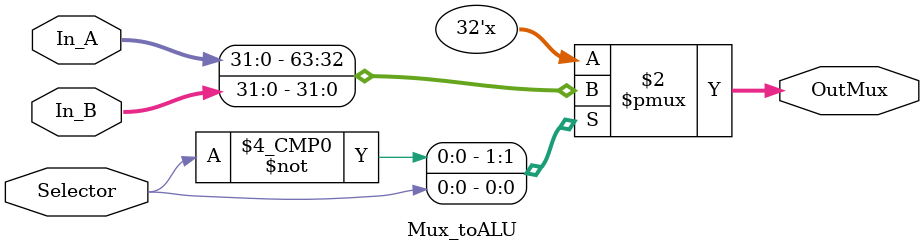
<source format=v>
`timescale 1ns / 1ps


module Mux_toALU(
    input [31:0] In_A, 
    input [31:0] In_B,
    input Selector,
    output reg [31:0] OutMux
    );
    
    always @ (*) begin  
     case (Selector)  
        1'd0 : OutMux <= In_A;  
        1'd1 : OutMux <= In_B; 
        default : OutMux <=32'b0; 
     endcase  
   end  
endmodule

</source>
